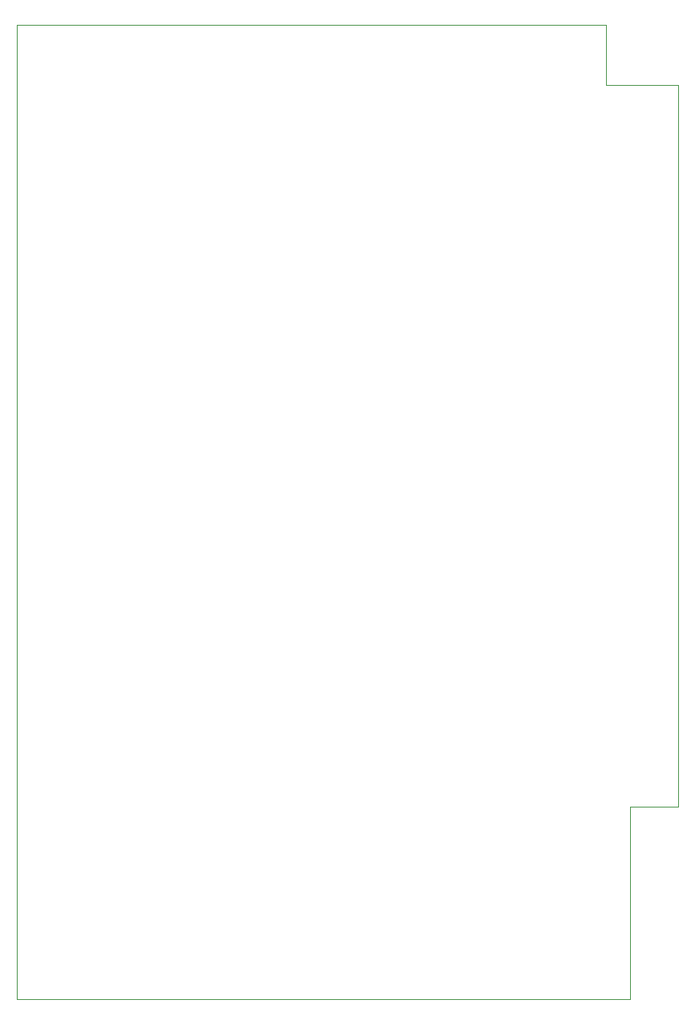
<source format=gm1>
%TF.GenerationSoftware,KiCad,Pcbnew,7.0.5-0*%
%TF.CreationDate,2024-01-09T14:25:18-05:00*%
%TF.ProjectId,ESP-32_USB_sequencer,4553502d-3332-45f5-9553-425f73657175,rev?*%
%TF.SameCoordinates,Original*%
%TF.FileFunction,Profile,NP*%
%FSLAX46Y46*%
G04 Gerber Fmt 4.6, Leading zero omitted, Abs format (unit mm)*
G04 Created by KiCad (PCBNEW 7.0.5-0) date 2024-01-09 14:25:18*
%MOMM*%
%LPD*%
G01*
G04 APERTURE LIST*
%TA.AperFunction,Profile*%
%ADD10C,0.100000*%
%TD*%
G04 APERTURE END LIST*
D10*
X71120000Y-82550000D02*
X71120000Y-81280000D01*
X140970000Y-163830000D02*
X140970000Y-87630000D01*
X135890000Y-163830000D02*
X135890000Y-184150000D01*
X71120000Y-128270000D02*
X71120000Y-82550000D01*
X71120000Y-184150000D02*
X71120000Y-179070000D01*
X140970000Y-163830000D02*
X135890000Y-163830000D01*
X71120000Y-154940000D02*
X71120000Y-128270000D01*
X133350000Y-81280000D02*
X133350000Y-87630000D01*
X71120000Y-179070000D02*
X71120000Y-154940000D01*
X71120000Y-81280000D02*
X133350000Y-81280000D01*
X71120000Y-184150000D02*
X135890000Y-184150000D01*
X133350000Y-87630000D02*
X140970000Y-87630000D01*
M02*

</source>
